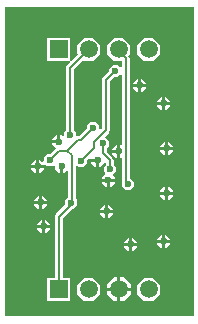
<source format=gbl>
G04*
G04 #@! TF.GenerationSoftware,Altium Limited,Altium Designer,21.6.4 (81)*
G04*
G04 Layer_Physical_Order=2*
G04 Layer_Color=16711680*
%FSLAX25Y25*%
%MOIN*%
G70*
G04*
G04 #@! TF.SameCoordinates,47E44DC7-4B56-48B3-8F63-FDCB66B81885*
G04*
G04*
G04 #@! TF.FilePolarity,Positive*
G04*
G01*
G75*
%ADD14C,0.00600*%
%ADD38C,0.00800*%
%ADD40C,0.05906*%
%ADD41R,0.05906X0.05906*%
%ADD42C,0.02362*%
G36*
X64000Y1000D02*
X1000D01*
Y104000D01*
X64000D01*
Y1000D01*
D02*
G37*
%LPC*%
G36*
X50554Y93753D02*
X47446D01*
X45247Y91554D01*
Y88446D01*
X47446Y86247D01*
X50554D01*
X52753Y88446D01*
Y91554D01*
X50554Y93753D01*
D02*
G37*
G36*
X40554D02*
X37446D01*
X35247Y91554D01*
Y88446D01*
X37446Y86247D01*
X40001D01*
Y84008D01*
X39501Y83801D01*
X38621Y84681D01*
X36979D01*
X35819Y83521D01*
Y82656D01*
X33882Y80718D01*
X33501Y79800D01*
Y63646D01*
X32981Y63126D01*
X32481Y63333D01*
Y64621D01*
X31321Y65781D01*
X29679D01*
X28519Y64621D01*
Y63656D01*
X25962Y61099D01*
X25501D01*
X25197Y60974D01*
X24781Y61251D01*
Y62321D01*
X24099Y63003D01*
Y83262D01*
X27265Y86428D01*
X27446Y86247D01*
X30554D01*
X32753Y88446D01*
Y91554D01*
X30554Y93753D01*
X27446D01*
X25247Y91554D01*
Y88446D01*
X25428Y88265D01*
X23141Y85978D01*
X22753Y86297D01*
X22753Y86727D01*
Y93753D01*
X15247D01*
Y86247D01*
X22255D01*
X22703Y86247D01*
X23022Y85859D01*
X21882Y84718D01*
X21501Y83800D01*
Y63003D01*
X20819Y62321D01*
Y61173D01*
X20319Y60966D01*
X19903Y61381D01*
X19500D01*
Y59200D01*
X19000D01*
Y58700D01*
X16819D01*
Y58297D01*
X17844Y57271D01*
X18097Y57019D01*
X17848Y56622D01*
X16176Y54950D01*
X15211D01*
X14050Y53789D01*
Y52741D01*
X13550Y52534D01*
X12903Y53181D01*
X12500D01*
Y51500D01*
X14640D01*
X14681Y51517D01*
X15211Y50987D01*
X16852D01*
X17319Y51454D01*
X17819Y51247D01*
Y50097D01*
X19097Y48819D01*
X19500D01*
Y51000D01*
X20500D01*
Y48819D01*
X20903D01*
X21539Y49455D01*
X22001Y49263D01*
Y40503D01*
X21219Y39721D01*
Y38256D01*
X18082Y35118D01*
X17701Y34200D01*
Y13753D01*
X15247D01*
Y6247D01*
X22753D01*
Y13753D01*
X20299D01*
Y33662D01*
X23556Y36919D01*
X24021D01*
X25181Y38079D01*
Y39721D01*
X24599Y40303D01*
Y51325D01*
X25061Y51516D01*
X25719Y50858D01*
X27360D01*
X28521Y52019D01*
Y52984D01*
X29319Y53782D01*
X29819Y53575D01*
Y53500D01*
X32000D01*
Y53000D01*
X32500D01*
Y50819D01*
X32903D01*
X34181Y52097D01*
X34655Y52034D01*
X34701Y52003D01*
Y51503D01*
X34019Y50821D01*
Y49179D01*
X34272Y48926D01*
X34260Y48249D01*
X33276Y47265D01*
Y46862D01*
X37638D01*
Y47265D01*
X36852Y48051D01*
X37981Y49179D01*
Y50821D01*
X37299Y51503D01*
Y53000D01*
X36918Y53918D01*
X35028Y55809D01*
Y57167D01*
X35710Y57850D01*
Y59491D01*
X34550Y60651D01*
X34442Y60913D01*
X35718Y62190D01*
X36099Y63108D01*
Y79262D01*
X37556Y80719D01*
X38621D01*
X39501Y81599D01*
X40001Y81392D01*
Y58222D01*
X39903Y58181D01*
X39500D01*
Y56000D01*
Y53819D01*
X39903D01*
X40001Y53778D01*
Y46169D01*
X40137Y45839D01*
X40119Y45821D01*
Y44179D01*
X41279Y43019D01*
X42921D01*
X44081Y44179D01*
Y45821D01*
X42921Y46981D01*
X42599D01*
Y86962D01*
X42218Y87880D01*
X42203Y87896D01*
X42753Y88446D01*
Y91554D01*
X40554Y93753D01*
D02*
G37*
G36*
X46903Y80181D02*
X46500D01*
Y78500D01*
X48181D01*
Y78903D01*
X46903Y80181D01*
D02*
G37*
G36*
X45500D02*
X45097D01*
X43819Y78903D01*
Y78500D01*
X45500D01*
Y80181D01*
D02*
G37*
G36*
X48181Y77500D02*
X46500D01*
Y75819D01*
X46903D01*
X48181Y77097D01*
Y77500D01*
D02*
G37*
G36*
X45500D02*
X43819D01*
Y77097D01*
X45097Y75819D01*
X45500D01*
Y77500D01*
D02*
G37*
G36*
X54903Y74181D02*
X54500D01*
Y72500D01*
X56181D01*
Y72903D01*
X54903Y74181D01*
D02*
G37*
G36*
X53500D02*
X53097D01*
X51819Y72903D01*
Y72500D01*
X53500D01*
Y74181D01*
D02*
G37*
G36*
X56181Y71500D02*
X54500D01*
Y69819D01*
X54903D01*
X56181Y71097D01*
Y71500D01*
D02*
G37*
G36*
X53500D02*
X51819D01*
Y71097D01*
X53097Y69819D01*
X53500D01*
Y71500D01*
D02*
G37*
G36*
X18500Y61381D02*
X18097D01*
X16819Y60103D01*
Y59700D01*
X18500D01*
Y61381D01*
D02*
G37*
G36*
X55903Y59181D02*
X55500D01*
Y57500D01*
X57181D01*
Y57903D01*
X55903Y59181D01*
D02*
G37*
G36*
X54500D02*
X54097D01*
X52819Y57903D01*
Y57500D01*
X54500D01*
Y59181D01*
D02*
G37*
G36*
X38500Y58181D02*
X38097D01*
X36819Y56903D01*
Y56500D01*
X38500D01*
Y58181D01*
D02*
G37*
G36*
X57181Y56500D02*
X55500D01*
Y54819D01*
X55903D01*
X57181Y56097D01*
Y56500D01*
D02*
G37*
G36*
X54500D02*
X52819D01*
Y56097D01*
X54097Y54819D01*
X54500D01*
Y56500D01*
D02*
G37*
G36*
X38500Y55500D02*
X36819D01*
Y55097D01*
X38097Y53819D01*
X38500D01*
Y55500D01*
D02*
G37*
G36*
X11500Y53181D02*
X11097D01*
X9819Y51903D01*
Y51500D01*
X11500D01*
Y53181D01*
D02*
G37*
G36*
X31500Y52500D02*
X29819D01*
Y52097D01*
X31097Y50819D01*
X31500D01*
Y52500D01*
D02*
G37*
G36*
X14181Y50500D02*
X12500D01*
Y48819D01*
X12903D01*
X14181Y50097D01*
Y50500D01*
D02*
G37*
G36*
X11500D02*
X9819D01*
Y50097D01*
X11097Y48819D01*
X11500D01*
Y50500D01*
D02*
G37*
G36*
X37638Y45862D02*
X35957D01*
Y44181D01*
X36360D01*
X37638Y45458D01*
Y45862D01*
D02*
G37*
G36*
X34957D02*
X33276D01*
Y45458D01*
X34553Y44181D01*
X34957D01*
Y45862D01*
D02*
G37*
G36*
X55856Y44228D02*
X55453D01*
Y42547D01*
X57134D01*
Y42951D01*
X55856Y44228D01*
D02*
G37*
G36*
X54453D02*
X54049D01*
X52772Y42951D01*
Y42547D01*
X54453D01*
Y44228D01*
D02*
G37*
G36*
X57134Y41547D02*
X55453D01*
Y39866D01*
X55856D01*
X57134Y41144D01*
Y41547D01*
D02*
G37*
G36*
X54453D02*
X52772D01*
Y41144D01*
X54049Y39866D01*
X54453D01*
Y41547D01*
D02*
G37*
G36*
X13903Y41181D02*
X13500D01*
Y39500D01*
X15181D01*
Y39903D01*
X13903Y41181D01*
D02*
G37*
G36*
X12500D02*
X12097D01*
X10819Y39903D01*
Y39500D01*
X12500D01*
Y41181D01*
D02*
G37*
G36*
X15181Y38500D02*
X13500D01*
Y36819D01*
X13903D01*
X15181Y38097D01*
Y38500D01*
D02*
G37*
G36*
X12500D02*
X10819D01*
Y38097D01*
X12097Y36819D01*
X12500D01*
Y38500D01*
D02*
G37*
G36*
X35903Y38181D02*
X35500D01*
Y36500D01*
X37181D01*
Y36903D01*
X35903Y38181D01*
D02*
G37*
G36*
X34500D02*
X34097D01*
X32819Y36903D01*
Y36500D01*
X34500D01*
Y38181D01*
D02*
G37*
G36*
X37181Y35500D02*
X35500D01*
Y33819D01*
X35903D01*
X37181Y35097D01*
Y35500D01*
D02*
G37*
G36*
X34500D02*
X32819D01*
Y35097D01*
X34097Y33819D01*
X34500D01*
Y35500D01*
D02*
G37*
G36*
X14903Y33181D02*
X14500D01*
Y31500D01*
X16181D01*
Y31903D01*
X14903Y33181D01*
D02*
G37*
G36*
X13500D02*
X13097D01*
X11819Y31903D01*
Y31500D01*
X13500D01*
Y33181D01*
D02*
G37*
G36*
X16181Y30500D02*
X14500D01*
Y28819D01*
X14903D01*
X16181Y30097D01*
Y30500D01*
D02*
G37*
G36*
X13500D02*
X11819D01*
Y30097D01*
X13097Y28819D01*
X13500D01*
Y30500D01*
D02*
G37*
G36*
X54903Y28181D02*
X54500D01*
Y26500D01*
X56181D01*
Y26903D01*
X54903Y28181D01*
D02*
G37*
G36*
X53500D02*
X53097D01*
X51819Y26903D01*
Y26500D01*
X53500D01*
Y28181D01*
D02*
G37*
G36*
X43903Y27181D02*
X43500D01*
Y25500D01*
X45181D01*
Y25903D01*
X43903Y27181D01*
D02*
G37*
G36*
X42500D02*
X42097D01*
X40819Y25903D01*
Y25500D01*
X42500D01*
Y27181D01*
D02*
G37*
G36*
X56181Y25500D02*
X54500D01*
Y23819D01*
X54903D01*
X56181Y25097D01*
Y25500D01*
D02*
G37*
G36*
X53500D02*
X51819D01*
Y25097D01*
X53097Y23819D01*
X53500D01*
Y25500D01*
D02*
G37*
G36*
X45181Y24500D02*
X43500D01*
Y22819D01*
X43903D01*
X45181Y24097D01*
Y24500D01*
D02*
G37*
G36*
X42500D02*
X40819D01*
Y24097D01*
X42097Y22819D01*
X42500D01*
Y24500D01*
D02*
G37*
G36*
X40637Y13953D02*
X39500D01*
Y10500D01*
X42953D01*
Y11637D01*
X40637Y13953D01*
D02*
G37*
G36*
X38500D02*
X37363D01*
X35047Y11637D01*
Y10500D01*
X38500D01*
Y13953D01*
D02*
G37*
G36*
X50554Y13753D02*
X47446D01*
X45247Y11554D01*
Y8446D01*
X47446Y6247D01*
X50554D01*
X52753Y8446D01*
Y11554D01*
X50554Y13753D01*
D02*
G37*
G36*
X30554D02*
X27446D01*
X25247Y11554D01*
Y8446D01*
X27446Y6247D01*
X30554D01*
X32753Y8446D01*
Y11554D01*
X30554Y13753D01*
D02*
G37*
G36*
X42953Y9500D02*
X39500D01*
Y6047D01*
X40637D01*
X42953Y8363D01*
Y9500D01*
D02*
G37*
G36*
X38500D02*
X35047D01*
Y8363D01*
X37363Y6047D01*
X38500D01*
Y9500D01*
D02*
G37*
%LPD*%
D14*
X23200Y38900D02*
X23300Y38800D01*
Y38500D02*
Y38800D01*
D38*
X36000Y50000D02*
Y53000D01*
X39000Y89262D02*
Y90000D01*
X41300Y46169D02*
Y86962D01*
X42100Y45000D02*
Y45369D01*
X41300Y46169D02*
X42100Y45369D01*
X39000Y89262D02*
X41300Y86962D01*
X33729Y55271D02*
X36000Y53000D01*
X33729Y55271D02*
Y58670D01*
X30819Y59127D02*
X34800Y63108D01*
Y79800D01*
X30819Y57119D02*
Y59127D01*
X26539Y52839D02*
X30819Y57119D01*
X23300Y38500D02*
Y38900D01*
Y54600D01*
X21800Y56100D02*
X25501Y59800D01*
X26500D02*
X30500Y63800D01*
X25501Y59800D02*
X26500D01*
X37700Y82700D02*
X37800D01*
X34800Y79800D02*
X37700Y82700D01*
X16031Y52969D02*
X19163Y56100D01*
X21800D01*
X23300Y54600D01*
X22800Y83800D02*
X29000Y90000D01*
X22800Y61500D02*
Y83800D01*
X19000Y34200D02*
X23300Y38500D01*
X19000Y10000D02*
Y34200D01*
D40*
X49000Y90000D02*
D03*
X39000D02*
D03*
X29000D02*
D03*
X49000Y10000D02*
D03*
X39000D02*
D03*
X29000D02*
D03*
D41*
X19000Y90000D02*
D03*
Y10000D02*
D03*
D42*
X36000Y50000D02*
D03*
X33729Y58670D02*
D03*
X35457Y46362D02*
D03*
X23200Y38900D02*
D03*
X37800Y82700D02*
D03*
X42100Y45000D02*
D03*
X19000Y59200D02*
D03*
X22800Y61500D02*
D03*
X26539Y52839D02*
D03*
X30500Y63800D02*
D03*
X12000Y51000D02*
D03*
X20000D02*
D03*
X16031Y52969D02*
D03*
X54953Y42047D02*
D03*
X46000Y78000D02*
D03*
X54000Y72000D02*
D03*
X39000Y56000D02*
D03*
X32000Y53000D02*
D03*
X55000Y57000D02*
D03*
X13000Y39000D02*
D03*
X43000Y25000D02*
D03*
X54000Y26000D02*
D03*
X14000Y31000D02*
D03*
X35000Y36000D02*
D03*
M02*

</source>
